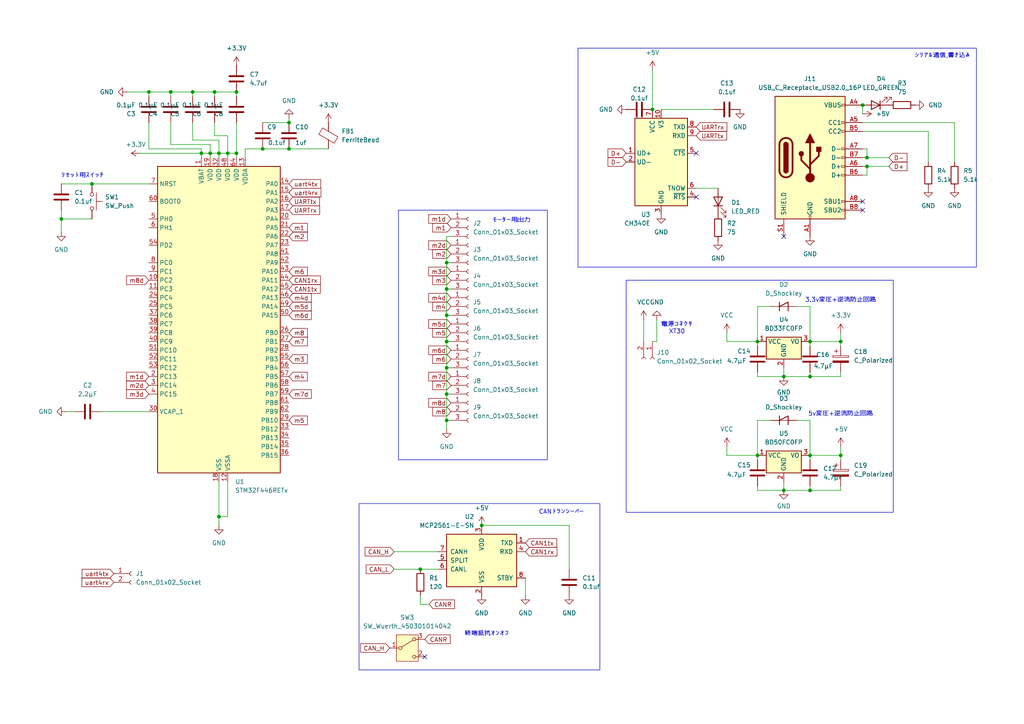
<source format=kicad_sch>
(kicad_sch (version 20250114) (generator "eeschema") (generator_version "9.0")
  (paper "A4")
  (lib_symbols
    (symbol "Connector:Conn_01x02_Socket" (pin_names (offset 1.016) (hide yes))
      (property "Reference" "J" (at 0 2.54 0))
      (property "Value" "Conn_01x02_Socket" (at 0 -5.08 0))
      (symbol "Conn_01x02_Socket_1_1"
        (pin passive line (at -5.08 0 0) (length 3.81) (name "Pin_1") (number "1"))
        (pin passive line (at -5.08 -2.54 0) (length 3.81) (name "Pin_2") (number "2"))
      )
    )
    (symbol "Connector:Conn_01x03_Socket" (pin_names (offset 1.016) (hide yes))
      (property "Reference" "J" (at 0 5.08 0))
      (property "Value" "Conn_01x03_Socket" (at 0 -5.08 0))
      (symbol "Conn_01x03_Socket_1_1"
        (pin passive line (at -5.08 2.54 0) (length 3.81) (name "Pin_1") (number "1"))
        (pin passive line (at -5.08 0 0) (length 3.81) (name "Pin_2") (number "2"))
        (pin passive line (at -5.08 -2.54 0) (length 3.81) (name "Pin_3") (number "3"))
      )
    )
    (symbol "Connector:USB_C_Receptacle_USB2.0_16P" (pin_names (offset 1.016))
      (property "Reference" "J" (at 0 22.225 0))
      (property "Value" "USB_C_Receptacle_USB2.0_16P" (at 0 19.685 0))
      (symbol "USB_C_Receptacle_USB2.0_16P_1_1"
        (pin passive line (at -7.62 -22.86 90) (length 5.08) (name "SHIELD") (number "S1"))
        (pin passive line (at 0 -22.86 90) (length 5.08) (name "GND") (number "A1"))
        (pin passive line (at 0 -22.86 90) (length 5.08) (hide yes) (name "GND") (number "A12"))
        (pin passive line (at 0 -22.86 90) (length 5.08) (hide yes) (name "GND") (number "B1"))
        (pin passive line (at 0 -22.86 90) (length 5.08) (hide yes) (name "GND") (number "B12"))
        (pin passive line (at 15.24 15.24 180) (length 5.08) (name "VBUS") (number "A4"))
        (pin passive line (at 15.24 15.24 180) (length 5.08) (hide yes) (name "VBUS") (number "A9"))
        (pin passive line (at 15.24 15.24 180) (length 5.08) (hide yes) (name "VBUS") (number "B4"))
        (pin passive line (at 15.24 15.24 180) (length 5.08) (hide yes) (name "VBUS") (number "B9"))
        (pin bidirectional line (at 15.24 10.16 180) (length 5.08) (name "CC1") (number "A5"))
        (pin bidirectional line (at 15.24 7.62 180) (length 5.08) (name "CC2") (number "B5"))
        (pin bidirectional line (at 15.24 2.54 180) (length 5.08) (name "D-") (number "A7"))
        (pin bidirectional line (at 15.24 0 180) (length 5.08) (name "D-") (number "B7"))
        (pin bidirectional line (at 15.24 -2.54 180) (length 5.08) (name "D+") (number "A6"))
        (pin bidirectional line (at 15.24 -5.08 180) (length 5.08) (name "D+") (number "B6"))
        (pin bidirectional line (at 15.24 -12.7 180) (length 5.08) (name "SBU1") (number "A8"))
        (pin bidirectional line (at 15.24 -15.24 180) (length 5.08) (name "SBU2") (number "B8"))
      )
    )
    (symbol "Device:C" (pin_numbers (hide yes)) (pin_names (offset 0.254))
      (property "Reference" "C" (at 0.635 2.54 0))
      (property "Value" "C" (at 0.635 -2.54 0))
      (symbol "C_1_1"
        (pin passive line (at 0 3.81 270) (length 2.794) (name "~") (number "1"))
        (pin passive line (at 0 -3.81 90) (length 2.794) (name "~") (number "2"))
      )
    )
    (symbol "Device:C_Polarized" (pin_numbers (hide yes)) (pin_names (offset 0.254))
      (property "Reference" "C" (at 0.635 2.54 0))
      (property "Value" "C_Polarized" (at 0.635 -2.54 0))
      (symbol "C_Polarized_1_1"
        (pin passive line (at 0 3.81 270) (length 2.794) (name "~") (number "1"))
        (pin passive line (at 0 -3.81 90) (length 2.794) (name "~") (number "2"))
      )
    )
    (symbol "Device:D_Shockley" (pin_numbers (hide yes)) (pin_names (offset 1.016) (hide yes))
      (property "Reference" "D" (at 0 2.54 0))
      (property "Value" "D_Shockley" (at 0 -2.54 0))
      (symbol "D_Shockley_1_1"
        (pin passive line (at -3.81 0 0) (length 2.54) (name "K") (number "1"))
        (pin passive line (at 3.81 0 180) (length 2.54) (name "A") (number "2"))
      )
    )
    (symbol "Device:FerriteBead" (pin_numbers (hide yes)) (pin_names (offset 0))
      (property "Reference" "FB" (at -3.81 0.635 90))
      (property "Value" "FerriteBead" (at 3.81 0 90))
      (symbol "FerriteBead_1_1"
        (pin passive line (at 0 3.81 270) (length 2.54) (name "~") (number "1"))
        (pin passive line (at 0 -3.81 90) (length 2.54) (name "~") (number "2"))
      )
    )
    (symbol "Device:LED" (pin_numbers (hide yes)) (pin_names (offset 1.016) (hide yes))
      (property "Reference" "D" (at 0 2.54 0))
      (property "Value" "LED" (at 0 -2.54 0))
      (symbol "LED_1_1"
        (pin passive line (at -3.81 0 0) (length 2.54) (name "K") (number "1"))
        (pin passive line (at 3.81 0 180) (length 2.54) (name "A") (number "2"))
      )
    )
    (symbol "Device:R" (pin_numbers (hide yes)) (pin_names (offset 0))
      (property "Reference" "R" (at 2.032 0 90))
      (property "Value" "R" (at 0 0 90))
      (symbol "R_1_1"
        (pin passive line (at 0 3.81 270) (length 1.27) (name "~") (number "1"))
        (pin passive line (at 0 -3.81 90) (length 1.27) (name "~") (number "2"))
      )
    )
    (symbol "Interface_CAN_LIN:MCP2561-E-SN" (pin_names (offset 1.016))
      (property "Reference" "U" (at -10.16 8.89 0))
      (property "Value" "MCP2561-E-SN" (at 2.54 8.89 0))
      (symbol "MCP2561-E-SN_1_1"
        (pin input line (at -12.7 5.08 0) (length 2.54) (name "TXD") (number "1"))
        (pin output line (at -12.7 2.54 0) (length 2.54) (name "RXD") (number "4"))
        (pin input line (at -12.7 -5.08 0) (length 2.54) (name "STBY") (number "8"))
        (pin power_in line (at 0 10.16 270) (length 2.54) (name "VDD") (number "3"))
        (pin power_in line (at 0 -10.16 90) (length 2.54) (name "VSS") (number "2"))
        (pin bidirectional line (at 12.7 2.54 180) (length 2.54) (name "CANH") (number "7"))
        (pin passive line (at 12.7 0 180) (length 2.54) (name "SPLIT") (number "5"))
        (pin bidirectional line (at 12.7 -2.54 180) (length 2.54) (name "CANL") (number "6"))
      )
    )
    (symbol "Interface_USB:CH340E"
      (property "Reference" "U" (at -5.08 13.97 0))
      (property "Value" "CH340E" (at 1.27 13.97 0))
      (symbol "CH340E_1_1"
        (pin bidirectional line (at -10.16 2.54 0) (length 2.54) (name "UD+") (number "1"))
        (pin bidirectional line (at -10.16 0 0) (length 2.54) (name "UD-") (number "2"))
        (pin power_in line (at -2.54 15.24 270) (length 2.54) (name "VCC") (number "7"))
        (pin power_out line (at 0 15.24 270) (length 2.54) (name "V3") (number "10"))
        (pin power_in line (at 0 -15.24 90) (length 2.54) (name "GND") (number "3"))
        (pin output line (at 10.16 10.16 180) (length 2.54) (name "TXD") (number "8"))
        (pin input line (at 10.16 7.62 180) (length 2.54) (name "RXD") (number "9"))
        (pin input line (at 10.16 2.54 180) (length 2.54) (name "~{CTS}") (number "5"))
        (pin output line (at 10.16 -7.62 180) (length 2.54) (name "TNOW") (number "6"))
        (pin output line (at 10.16 -10.16 180) (length 2.54) (name "~{RTS}") (number "4"))
      )
    )
    (symbol "MCU_ST_STM32F4:STM32F446RETx"
      (property "Reference" "U" (at -17.78 46.99 0))
      (property "Value" "STM32F446RETx" (at 10.16 46.99 0))
      (symbol "STM32F446RETx_1_1"
        (pin input line (at -20.32 40.64 0) (length 2.54) (name "NRST") (number "7"))
        (pin input line (at -20.32 35.56 0) (length 2.54) (name "BOOT0") (number "60"))
        (pin bidirectional line (at -20.32 30.48 0) (length 2.54) (name "PH0") (number "5"))
        (pin bidirectional line (at -20.32 27.94 0) (length 2.54) (name "PH1") (number "6"))
        (pin bidirectional line (at -20.32 22.86 0) (length 2.54) (name "PD2") (number "54"))
        (pin bidirectional line (at -20.32 17.78 0) (length 2.54) (name "PC0") (number "8"))
        (pin bidirectional line (at -20.32 15.24 0) (length 2.54) (name "PC1") (number "9"))
        (pin bidirectional line (at -20.32 12.7 0) (length 2.54) (name "PC2") (number "10"))
        (pin bidirectional line (at -20.32 10.16 0) (length 2.54) (name "PC3") (number "11"))
        (pin bidirectional line (at -20.32 7.62 0) (length 2.54) (name "PC4") (number "24"))
        (pin bidirectional line (at -20.32 5.08 0) (length 2.54) (name "PC5") (number "25"))
        (pin bidirectional line (at -20.32 2.54 0) (length 2.54) (name "PC6") (number "37"))
        (pin bidirectional line (at -20.32 0 0) (length 2.54) (name "PC7") (number "38"))
        (pin bidirectional line (at -20.32 -2.54 0) (length 2.54) (name "PC8") (number "39"))
        (pin bidirectional line (at -20.32 -5.08 0) (length 2.54) (name "PC9") (number "40"))
        (pin bidirectional line (at -20.32 -7.62 0) (length 2.54) (name "PC10") (number "51"))
        (pin bidirectional line (at -20.32 -10.16 0) (length 2.54) (name "PC11") (number "52"))
        (pin bidirectional line (at -20.32 -12.7 0) (length 2.54) (name "PC12") (number "53"))
        (pin bidirectional line (at -20.32 -15.24 0) (length 2.54) (name "PC13") (number "2"))
        (pin bidirectional line (at -20.32 -17.78 0) (length 2.54) (name "PC14") (number "3"))
        (pin bidirectional line (at -20.32 -20.32 0) (length 2.54) (name "PC15") (number "4"))
        (pin power_out line (at -20.32 -25.4 0) (length 2.54) (name "VCAP_1") (number "30"))
        (pin power_in line (at -5.08 48.26 270) (length 2.54) (name "VBAT") (number "1"))
        (pin power_in line (at -2.54 48.26 270) (length 2.54) (name "VDD") (number "19"))
        (pin power_in line (at 0 48.26 270) (length 2.54) (name "VDD") (number "32"))
        (pin power_in line (at 0 -45.72 90) (length 2.54) (name "VSS") (number "18"))
        (pin passive line (at 0 -45.72 90) (length 2.54) (hide yes) (name "VSS") (number "31"))
        (pin passive line (at 0 -45.72 90) (length 2.54) (hide yes) (name "VSS") (number "47"))
        (pin passive line (at 0 -45.72 90) (length 2.54) (hide yes) (name "VSS") (number "63"))
        (pin power_in line (at 2.54 48.26 270) (length 2.54) (name "VDD") (number "48"))
        (pin power_in line (at 2.54 -45.72 90) (length 2.54) (name "VSSA") (number "12"))
        (pin power_in line (at 5.08 48.26 270) (length 2.54) (name "VDD") (number "64"))
        (pin power_in line (at 7.62 48.26 270) (length 2.54) (name "VDDA") (number "13"))
        (pin bidirectional line (at 20.32 40.64 180) (length 2.54) (name "PA0") (number "14"))
        (pin bidirectional line (at 20.32 38.1 180) (length 2.54) (name "PA1") (number "15"))
        (pin bidirectional line (at 20.32 35.56 180) (length 2.54) (name "PA2") (number "16"))
        (pin bidirectional line (at 20.32 33.02 180) (length 2.54) (name "PA3") (number "17"))
        (pin bidirectional line (at 20.32 30.48 180) (length 2.54) (name "PA4") (number "20"))
        (pin bidirectional line (at 20.32 27.94 180) (length 2.54) (name "PA5") (number "21"))
        (pin bidirectional line (at 20.32 25.4 180) (length 2.54) (name "PA6") (number "22"))
        (pin bidirectional line (at 20.32 22.86 180) (length 2.54) (name "PA7") (number "23"))
        (pin bidirectional line (at 20.32 20.32 180) (length 2.54) (name "PA8") (number "41"))
        (pin bidirectional line (at 20.32 17.78 180) (length 2.54) (name "PA9") (number "42"))
        (pin bidirectional line (at 20.32 15.24 180) (length 2.54) (name "PA10") (number "43"))
        (pin bidirectional line (at 20.32 12.7 180) (length 2.54) (name "PA11") (number "44"))
        (pin bidirectional line (at 20.32 10.16 180) (length 2.54) (name "PA12") (number "45"))
        (pin bidirectional line (at 20.32 7.62 180) (length 2.54) (name "PA13") (number "46"))
        (pin bidirectional line (at 20.32 5.08 180) (length 2.54) (name "PA14") (number "49"))
        (pin bidirectional line (at 20.32 2.54 180) (length 2.54) (name "PA15") (number "50"))
        (pin bidirectional line (at 20.32 -2.54 180) (length 2.54) (name "PB0") (number "26"))
        (pin bidirectional line (at 20.32 -5.08 180) (length 2.54) (name "PB1") (number "27"))
        (pin bidirectional line (at 20.32 -7.62 180) (length 2.54) (name "PB2") (number "28"))
        (pin bidirectional line (at 20.32 -10.16 180) (length 2.54) (name "PB3") (number "55"))
        (pin bidirectional line (at 20.32 -12.7 180) (length 2.54) (name "PB4") (number "56"))
        (pin bidirectional line (at 20.32 -15.24 180) (length 2.54) (name "PB5") (number "57"))
        (pin bidirectional line (at 20.32 -17.78 180) (length 2.54) (name "PB6") (number "58"))
        (pin bidirectional line (at 20.32 -20.32 180) (length 2.54) (name "PB7") (number "59"))
        (pin bidirectional line (at 20.32 -22.86 180) (length 2.54) (name "PB8") (number "61"))
        (pin bidirectional line (at 20.32 -25.4 180) (length 2.54) (name "PB9") (number "62"))
        (pin bidirectional line (at 20.32 -27.94 180) (length 2.54) (name "PB10") (number "29"))
        (pin bidirectional line (at 20.32 -30.48 180) (length 2.54) (name "PB12") (number "33"))
        (pin bidirectional line (at 20.32 -33.02 180) (length 2.54) (name "PB13") (number "34"))
        (pin bidirectional line (at 20.32 -35.56 180) (length 2.54) (name "PB14") (number "35"))
        (pin bidirectional line (at 20.32 -38.1 180) (length 2.54) (name "PB15") (number "36"))
      )
    )
    (symbol "Regulator_Linear:BD33FC0FP"
      (property "Reference" "U" (at 0 7.62 0))
      (property "Value" "BD33FC0FP" (at 0 5.08 0))
      (symbol "BD33FC0FP_1_1"
        (pin power_in line (at -7.62 0 0) (length 2.54) (name "VCC") (number "1"))
        (pin power_in line (at 0 -7.62 90) (length 2.54) (name "GND") (number "2"))
        (pin power_out line (at 7.62 0 180) (length 2.54) (name "VO") (number "3"))
      )
    )
    (symbol "Regulator_Linear:BD50FC0FP"
      (property "Reference" "U" (at 0 7.62 0))
      (property "Value" "BD50FC0FP" (at 0 5.08 0))
      (symbol "BD50FC0FP_1_1"
        (pin power_in line (at -7.62 0 0) (length 2.54) (name "VCC") (number "1"))
        (pin power_in line (at 0 -7.62 90) (length 2.54) (name "GND") (number "2"))
        (pin power_out line (at 7.62 0 180) (length 2.54) (name "VO") (number "3"))
      )
    )
    (symbol "Switch:SW_Push" (pin_numbers (hide yes)) (pin_names (offset 1.016) (hide yes))
      (property "Reference" "SW" (at 1.27 2.54 0))
      (property "Value" "SW_Push" (at 0 -1.524 0))
      (symbol "SW_Push_0_1"
        (pin passive line (at -5.08 0 0) (length 2.54) (name "1") (number "1"))
        (pin passive line (at 5.08 0 180) (length 2.54) (name "2") (number "2"))
      )
    )
    (symbol "Switch:SW_Wuerth_450301014042" (pin_names (offset 1) (hide yes))
      (property "Reference" "SW" (at 0 5.08 0))
      (property "Value" "SW_Wuerth_450301014042" (at 0 -5.08 0))
      (symbol "SW_Wuerth_450301014042_1_1"
        (pin passive line (at -5.08 0 0) (length 2.54) (name "B") (number "1"))
        (pin passive line (at 5.08 2.54 180) (length 2.54) (name "A") (number "3"))
        (pin passive line (at 5.08 -2.54 180) (length 2.54) (name "C") (number "2"))
      )
    )
    (symbol "power:+3.3V" (power) (pin_numbers (hide yes)) (pin_names (offset 0) (hide yes))
      (property "Value" "+3.3V" (at 0 3.556 0))
      (symbol "+3.3V_1_1"
        (pin power_in line (at 0 0 90) (length 0) (name "~") (number "1"))
      )
    )
    (symbol "power:+5V" (power) (pin_numbers (hide yes)) (pin_names (offset 0) (hide yes))
      (property "Value" "+5V" (at 0 3.556 0))
      (symbol "+5V_1_1"
        (pin power_in line (at 0 0 90) (length 0) (name "~") (number "1"))
      )
    )
    (symbol "power:GND" (power) (pin_numbers (hide yes)) (pin_names (offset 0) (hide yes))
      (property "Value" "GND" (at 0 -3.81 0))
      (symbol "GND_1_1"
        (pin power_in line (at 0 0 270) (length 0) (name "~") (number "1"))
      )
    )
    (symbol "power:VCC" (power) (pin_numbers (hide yes)) (pin_names (offset 0) (hide yes))
      (property "Value" "VCC" (at 0 3.556 0))
      (symbol "VCC_1_1"
        (pin power_in line (at 0 0 90) (length 0) (name "~") (number "1"))
      )
    )
  )
  (rectangle (start 104.14 146.05) (end 173.99 194.31))
  (rectangle (start 167.64 13.97) (end 283.21 77.47))
  (rectangle (start 115.57 60.96) (end 158.75 133.35))
  (rectangle (start 181.61 81.28) (end 259.08 148.59))
  (text "5v変圧+逆流防止回路" (at 243.84 120.142 0) (effects (font (size 1.27 1.27))))
  (text "終端抵抗オンオフ" (at 141.224 183.896 0) (effects (font (size 1.27 1.27))))
  (text "電源コネクタ\nXT30" (at 196.342 95.25 0) (effects (font (size 1.27 1.27))))
  (text "3.3v変圧+逆流防止回路" (at 243.84 87.122 0) (effects (font (size 1.27 1.27))))
  (text "シリアル通信,書き込み" (at 273.304 16.256 0) (effects (font (size 1.27 1.27))))
  (text "CANトランシーバー" (at 162.814 148.59 0) (effects (font (size 1.27 1.27))))
  (text "モーター用出力" (at 148.336 64.008 0) (effects (font (size 1.27 1.27))))
  (text "リセット用スイッチ" (at 23.876 51.054 0) (effects (font (size 1.27 1.27))))
  (junction (at 60.96 44.45))
  (junction (at 68.58 26.67))
  (junction (at 129.54 99.06))
  (junction (at 219.71 99.06))
  (junction (at 227.33 142.24))
  (junction (at 43.18 26.67))
  (junction (at 219.71 132.08))
  (junction (at 129.54 91.44))
  (junction (at 251.46 45.72))
  (junction (at 62.23 26.67))
  (junction (at 189.23 31.75))
  (junction (at 68.58 44.45))
  (junction (at 234.95 109.22))
  (junction (at 121.92 165.1))
  (junction (at 83.82 43.18))
  (junction (at 129.54 106.68))
  (junction (at 49.53 26.67))
  (junction (at 129.54 114.3))
  (junction (at 251.46 48.26))
  (junction (at 234.95 99.06))
  (junction (at 63.5 44.45))
  (junction (at 83.82 35.56))
  (junction (at 17.78 63.5))
  (junction (at 26.67 53.34))
  (junction (at 234.95 132.08))
  (junction (at 243.84 99.06))
  (junction (at 58.42 44.45))
  (junction (at 234.95 142.24))
  (junction (at 76.2 43.18))
  (junction (at 250.19 30.48))
  (junction (at 55.88 26.67))
  (junction (at 129.54 76.2))
  (junction (at 139.7 152.4))
  (junction (at 129.54 121.92))
  (junction (at 66.04 44.45))
  (junction (at 129.54 83.82))
  (junction (at 243.84 132.08))
  (junction (at 63.5 149.86))
  (junction (at 227.33 109.22))
  (no_connect (at 250.19 60.96))
  (no_connect (at 201.93 44.45))
  (no_connect (at 123.19 190.5))
  (no_connect (at 201.93 57.15))
  (no_connect (at 227.33 68.58))
  (no_connect (at 250.19 58.42))
  (wire (pts (xy 36.83 26.67) (xy 43.18 26.67)))
  (wire (pts (xy 234.95 132.08) (xy 234.95 121.92)))
  (wire (pts (xy 60.96 44.45) (xy 60.96 41.91)))
  (wire (pts (xy 58.42 44.45) (xy 58.42 43.18)))
  (wire (pts (xy 129.54 114.3) (xy 130.81 114.3)))
  (wire (pts (xy 250.19 50.8) (xy 251.46 50.8)))
  (wire (pts (xy 58.42 43.18) (xy 43.18 43.18)))
  (wire (pts (xy 60.96 44.45) (xy 63.5 44.45)))
  (wire (pts (xy 129.54 121.92) (xy 129.54 124.46)))
  (wire (pts (xy 129.54 76.2) (xy 130.81 76.2)))
  (wire (pts (xy 219.71 88.9) (xy 219.71 99.06)))
  (wire (pts (xy 63.5 149.86) (xy 63.5 152.4)))
  (wire (pts (xy 129.54 106.68) (xy 130.81 106.68)))
  (wire (pts (xy 234.95 140.97) (xy 234.95 142.24)))
  (wire (pts (xy 139.7 152.4) (xy 165.1 152.4)))
  (wire (pts (xy 19.05 119.38) (xy 21.59 119.38)))
  (wire (pts (xy 190.5 99.06) (xy 189.23 99.06)))
  (wire (pts (xy 234.95 99.06) (xy 234.95 88.9)))
  (wire (pts (xy 219.71 140.97) (xy 219.71 142.24)))
  (wire (pts (xy 243.84 107.95) (xy 243.84 109.22)))
  (wire (pts (xy 210.82 99.06) (xy 219.71 99.06)))
  (wire (pts (xy 210.82 132.08) (xy 219.71 132.08)))
  (wire (pts (xy 17.78 63.5) (xy 26.67 63.5)))
  (wire (pts (xy 219.71 121.92) (xy 219.71 132.08)))
  (wire (pts (xy 68.58 35.56) (xy 68.58 44.45)))
  (wire (pts (xy 60.96 44.45) (xy 60.96 45.72)))
  (wire (pts (xy 201.93 54.61) (xy 208.28 54.61)))
  (wire (pts (xy 49.53 35.56) (xy 49.53 41.91)))
  (wire (pts (xy 243.84 133.35) (xy 243.84 132.08)))
  (wire (pts (xy 250.19 43.18) (xy 251.46 43.18)))
  (wire (pts (xy 129.54 99.06) (xy 129.54 106.68)))
  (wire (pts (xy 60.96 41.91) (xy 49.53 41.91)))
  (wire (pts (xy 210.82 129.54) (xy 210.82 132.08)))
  (wire (pts (xy 210.82 96.52) (xy 210.82 99.06)))
  (wire (pts (xy 68.58 27.94) (xy 68.58 26.67)))
  (wire (pts (xy 190.5 92.71) (xy 190.5 99.06)))
  (wire (pts (xy 49.53 26.67) (xy 55.88 26.67)))
  (wire (pts (xy 250.19 48.26) (xy 251.46 48.26)))
  (wire (pts (xy 269.24 38.1) (xy 269.24 46.99)))
  (wire (pts (xy 62.23 27.94) (xy 62.23 26.67)))
  (wire (pts (xy 63.5 40.64) (xy 55.88 40.64)))
  (wire (pts (xy 68.58 44.45) (xy 68.58 45.72)))
  (wire (pts (xy 219.71 142.24) (xy 227.33 142.24)))
  (wire (pts (xy 243.84 100.33) (xy 243.84 99.06)))
  (wire (pts (xy 43.18 26.67) (xy 49.53 26.67)))
  (wire (pts (xy 243.84 129.54) (xy 243.84 132.08)))
  (wire (pts (xy 121.92 175.26) (xy 124.46 175.26)))
  (wire (pts (xy 66.04 44.45) (xy 66.04 45.72)))
  (wire (pts (xy 227.33 142.24) (xy 234.95 142.24)))
  (wire (pts (xy 55.88 26.67) (xy 62.23 26.67)))
  (wire (pts (xy 114.3 160.02) (xy 127 160.02)))
  (wire (pts (xy 251.46 45.72) (xy 257.81 45.72)))
  (wire (pts (xy 62.23 26.67) (xy 68.58 26.67)))
  (wire (pts (xy 223.52 121.92) (xy 219.71 121.92)))
  (wire (pts (xy 55.88 35.56) (xy 55.88 40.64)))
  (wire (pts (xy 58.42 45.72) (xy 58.42 44.45)))
  (wire (pts (xy 251.46 48.26) (xy 257.81 48.26)))
  (wire (pts (xy 234.95 100.33) (xy 234.95 99.06)))
  (wire (pts (xy 234.95 109.22) (xy 243.84 109.22)))
  (wire (pts (xy 251.46 48.26) (xy 251.46 50.8)))
  (wire (pts (xy 219.71 107.95) (xy 219.71 109.22)))
  (wire (pts (xy 243.84 140.97) (xy 243.84 142.24)))
  (wire (pts (xy 129.54 99.06) (xy 130.81 99.06)))
  (wire (pts (xy 250.19 38.1) (xy 269.24 38.1)))
  (wire (pts (xy 234.95 107.95) (xy 234.95 109.22)))
  (wire (pts (xy 83.82 43.18) (xy 95.25 43.18)))
  (wire (pts (xy 71.12 45.72) (xy 71.12 43.18)))
  (wire (pts (xy 234.95 132.08) (xy 243.84 132.08)))
  (wire (pts (xy 129.54 83.82) (xy 129.54 91.44)))
  (wire (pts (xy 83.82 34.29) (xy 83.82 35.56)))
  (wire (pts (xy 76.2 35.56) (xy 83.82 35.56)))
  (wire (pts (xy 63.5 149.86) (xy 66.04 149.86)))
  (wire (pts (xy 227.33 106.68) (xy 227.33 109.22)))
  (wire (pts (xy 17.78 53.34) (xy 26.67 53.34)))
  (wire (pts (xy 76.2 43.18) (xy 83.82 43.18)))
  (wire (pts (xy 66.04 44.45) (xy 68.58 44.45)))
  (wire (pts (xy 165.1 152.4) (xy 165.1 165.1)))
  (wire (pts (xy 17.78 60.96) (xy 17.78 63.5)))
  (wire (pts (xy 234.95 142.24) (xy 243.84 142.24)))
  (wire (pts (xy 129.54 121.92) (xy 130.81 121.92)))
  (wire (pts (xy 227.33 139.7) (xy 227.33 142.24)))
  (wire (pts (xy 43.18 35.56) (xy 43.18 43.18)))
  (wire (pts (xy 227.33 109.22) (xy 234.95 109.22)))
  (wire (pts (xy 234.95 133.35) (xy 234.95 132.08)))
  (wire (pts (xy 223.52 88.9) (xy 219.71 88.9)))
  (wire (pts (xy 250.19 30.48) (xy 250.19 33.02)))
  (wire (pts (xy 129.54 91.44) (xy 129.54 99.06)))
  (wire (pts (xy 63.5 44.45) (xy 66.04 44.45)))
  (wire (pts (xy 191.77 31.75) (xy 207.01 31.75)))
  (wire (pts (xy 66.04 139.7) (xy 66.04 149.86)))
  (wire (pts (xy 129.54 91.44) (xy 130.81 91.44)))
  (wire (pts (xy 63.5 44.45) (xy 63.5 40.64)))
  (wire (pts (xy 276.86 35.56) (xy 276.86 46.99)))
  (wire (pts (xy 62.23 39.37) (xy 66.04 39.37)))
  (wire (pts (xy 243.84 96.52) (xy 243.84 99.06)))
  (wire (pts (xy 121.92 172.72) (xy 121.92 175.26)))
  (wire (pts (xy 219.71 133.35) (xy 219.71 132.08)))
  (wire (pts (xy 251.46 43.18) (xy 251.46 45.72)))
  (wire (pts (xy 71.12 43.18) (xy 76.2 43.18)))
  (wire (pts (xy 129.54 114.3) (xy 129.54 121.92)))
  (wire (pts (xy 63.5 139.7) (xy 63.5 149.86)))
  (wire (pts (xy 129.54 76.2) (xy 129.54 83.82)))
  (wire (pts (xy 121.92 165.1) (xy 127 165.1)))
  (wire (pts (xy 17.78 63.5) (xy 17.78 67.31)))
  (wire (pts (xy 58.42 44.45) (xy 60.96 44.45)))
  (wire (pts (xy 40.64 44.45) (xy 58.42 44.45)))
  (wire (pts (xy 49.53 27.94) (xy 49.53 26.67)))
  (wire (pts (xy 130.81 68.58) (xy 129.54 68.58)))
  (wire (pts (xy 62.23 39.37) (xy 62.23 35.56)))
  (wire (pts (xy 234.95 88.9) (xy 231.14 88.9)))
  (wire (pts (xy 250.19 45.72) (xy 251.46 45.72)))
  (wire (pts (xy 129.54 106.68) (xy 129.54 114.3)))
  (wire (pts (xy 26.67 53.34) (xy 43.18 53.34)))
  (wire (pts (xy 114.3 165.1) (xy 121.92 165.1)))
  (wire (pts (xy 29.21 119.38) (xy 43.18 119.38)))
  (wire (pts (xy 189.23 20.32) (xy 189.23 31.75)))
  (wire (pts (xy 234.95 121.92) (xy 231.14 121.92)))
  (wire (pts (xy 43.18 26.67) (xy 43.18 27.94)))
  (wire (pts (xy 219.71 109.22) (xy 227.33 109.22)))
  (wire (pts (xy 219.71 100.33) (xy 219.71 99.06)))
  (wire (pts (xy 55.88 27.94) (xy 55.88 26.67)))
  (wire (pts (xy 129.54 68.58) (xy 129.54 76.2)))
  (wire (pts (xy 186.69 92.71) (xy 186.69 99.06)))
  (wire (pts (xy 152.4 167.64) (xy 152.4 172.72)))
  (wire (pts (xy 250.19 35.56) (xy 276.86 35.56)))
  (wire (pts (xy 234.95 99.06) (xy 243.84 99.06)))
  (wire (pts (xy 129.54 83.82) (xy 130.81 83.82)))
  (wire (pts (xy 66.04 39.37) (xy 66.04 44.45)))
  (wire (pts (xy 63.5 45.72) (xy 63.5 44.45)))
  (global_label "m2d" (shape input) (at 43.18 111.76 180) (property "Intersheetrefs" "${INTERSHEET_REFS}" (effects (hide yes))))
  (global_label "m6" (shape input) (at 83.82 78.74 0) (property "Intersheetrefs" "${INTERSHEET_REFS}" (effects (hide yes))))
  (global_label "m5" (shape input) (at 130.81 96.52 180) (property "Intersheetrefs" "${INTERSHEET_REFS}" (effects (hide yes))))
  (global_label "m7" (shape input) (at 130.81 111.76 180) (property "Intersheetrefs" "${INTERSHEET_REFS}" (effects (hide yes))))
  (global_label "m5d" (shape input) (at 130.81 93.98 180) (property "Intersheetrefs" "${INTERSHEET_REFS}" (effects (hide yes))))
  (global_label "CAN1rx" (shape input) (at 83.82 81.28 0) (property "Intersheetrefs" "${INTERSHEET_REFS}" (effects (hide yes))))
  (global_label "D+" (shape input) (at 181.61 44.45 180) (property "Intersheetrefs" "${INTERSHEET_REFS}" (effects (hide yes))))
  (global_label "m8d" (shape input) (at 43.18 81.28 180) (property "Intersheetrefs" "${INTERSHEET_REFS}" (effects (hide yes))))
  (global_label "m1" (shape input) (at 83.82 66.04 0) (property "Intersheetrefs" "${INTERSHEET_REFS}" (effects (hide yes))))
  (global_label "CAN1rx" (shape input) (at 152.4 160.02 0) (property "Intersheetrefs" "${INTERSHEET_REFS}" (effects (hide yes))))
  (global_label "m3d" (shape input) (at 43.18 114.3 180) (property "Intersheetrefs" "${INTERSHEET_REFS}" (effects (hide yes))))
  (global_label "m5d" (shape input) (at 83.82 88.9 0) (property "Intersheetrefs" "${INTERSHEET_REFS}" (effects (hide yes))))
  (global_label "m2d" (shape input) (at 130.81 71.12 180) (property "Intersheetrefs" "${INTERSHEET_REFS}" (effects (hide yes))))
  (global_label "m1d" (shape input) (at 130.81 63.5 180) (property "Intersheetrefs" "${INTERSHEET_REFS}" (effects (hide yes))))
  (global_label "m1" (shape input) (at 130.81 66.04 180) (property "Intersheetrefs" "${INTERSHEET_REFS}" (effects (hide yes))))
  (global_label "UARTrx" (shape input) (at 83.82 60.96 0) (property "Intersheetrefs" "${INTERSHEET_REFS}" (effects (hide yes))))
  (global_label "m8d" (shape input) (at 130.81 116.84 180) (property "Intersheetrefs" "${INTERSHEET_REFS}" (effects (hide yes))))
  (global_label "m7d" (shape input) (at 83.82 114.3 0) (property "Intersheetrefs" "${INTERSHEET_REFS}" (effects (hide yes))))
  (global_label "m3d" (shape input) (at 130.81 78.74 180) (property "Intersheetrefs" "${INTERSHEET_REFS}" (effects (hide yes))))
  (global_label "m4" (shape input) (at 83.82 109.22 0) (property "Intersheetrefs" "${INTERSHEET_REFS}" (effects (hide yes))))
  (global_label "CAN_L" (shape input) (at 114.3 165.1 180) (property "Intersheetrefs" "${INTERSHEET_REFS}" (effects (hide yes))))
  (global_label "m6d" (shape input) (at 130.81 101.6 180) (property "Intersheetrefs" "${INTERSHEET_REFS}" (effects (hide yes))))
  (global_label "uart4tx" (shape input) (at 33.02 166.37 180) (property "Intersheetrefs" "${INTERSHEET_REFS}" (effects (hide yes))))
  (global_label "CAN1tx" (shape input) (at 152.4 157.48 0) (property "Intersheetrefs" "${INTERSHEET_REFS}" (effects (hide yes))))
  (global_label "m3" (shape input) (at 130.81 81.28 180) (property "Intersheetrefs" "${INTERSHEET_REFS}" (effects (hide yes))))
  (global_label "D-" (shape input) (at 257.81 45.72 0) (property "Intersheetrefs" "${INTERSHEET_REFS}" (effects (hide yes))))
  (global_label "m2" (shape input) (at 130.81 73.66 180) (property "Intersheetrefs" "${INTERSHEET_REFS}" (effects (hide yes))))
  (global_label "m4d" (shape input) (at 83.82 86.36 0) (property "Intersheetrefs" "${INTERSHEET_REFS}" (effects (hide yes))))
  (global_label "CAN_H" (shape input) (at 114.3 160.02 180) (property "Intersheetrefs" "${INTERSHEET_REFS}" (effects (hide yes))))
  (global_label "m8" (shape input) (at 83.82 96.52 0) (property "Intersheetrefs" "${INTERSHEET_REFS}" (effects (hide yes))))
  (global_label "D-" (shape input) (at 181.61 46.99 180) (property "Intersheetrefs" "${INTERSHEET_REFS}" (effects (hide yes))))
  (global_label "m3" (shape input) (at 83.82 104.14 0) (property "Intersheetrefs" "${INTERSHEET_REFS}" (effects (hide yes))))
  (global_label "m8" (shape input) (at 130.81 119.38 180) (property "Intersheetrefs" "${INTERSHEET_REFS}" (effects (hide yes))))
  (global_label "m6d" (shape input) (at 83.82 91.44 0) (property "Intersheetrefs" "${INTERSHEET_REFS}" (effects (hide yes))))
  (global_label "m1d" (shape input) (at 43.18 109.22 180) (property "Intersheetrefs" "${INTERSHEET_REFS}" (effects (hide yes))))
  (global_label "m7" (shape input) (at 83.82 99.06 0) (property "Intersheetrefs" "${INTERSHEET_REFS}" (effects (hide yes))))
  (global_label "UARTtx" (shape input) (at 201.93 39.37 0) (property "Intersheetrefs" "${INTERSHEET_REFS}" (effects (hide yes))))
  (global_label "m6" (shape input) (at 130.81 104.14 180) (property "Intersheetrefs" "${INTERSHEET_REFS}" (effects (hide yes))))
  (global_label "m2" (shape input) (at 83.82 68.58 0) (property "Intersheetrefs" "${INTERSHEET_REFS}" (effects (hide yes))))
  (global_label "CANR" (shape input) (at 124.46 175.26 0) (property "Intersheetrefs" "${INTERSHEET_REFS}" (effects (hide yes))))
  (global_label "m5" (shape input) (at 83.82 121.92 0) (property "Intersheetrefs" "${INTERSHEET_REFS}" (effects (hide yes))))
  (global_label "uart4rx" (shape input) (at 33.02 168.91 180) (property "Intersheetrefs" "${INTERSHEET_REFS}" (effects (hide yes))))
  (global_label "m4d" (shape input) (at 130.81 86.36 180) (property "Intersheetrefs" "${INTERSHEET_REFS}" (effects (hide yes))))
  (global_label "m4" (shape input) (at 130.81 88.9 180) (property "Intersheetrefs" "${INTERSHEET_REFS}" (effects (hide yes))))
  (global_label "D+" (shape input) (at 257.81 48.26 0) (property "Intersheetrefs" "${INTERSHEET_REFS}" (effects (hide yes))))
  (global_label "CAN_H" (shape input) (at 113.03 187.96 180) (property "Intersheetrefs" "${INTERSHEET_REFS}" (effects (hide yes))))
  (global_label "uart4tx" (shape input) (at 83.82 53.34 0) (property "Intersheetrefs" "${INTERSHEET_REFS}" (effects (hide yes))))
  (global_label "UARTtx" (shape input) (at 83.82 58.42 0) (property "Intersheetrefs" "${INTERSHEET_REFS}" (effects (hide yes))))
  (global_label "CAN1tx" (shape input) (at 83.82 83.82 0) (property "Intersheetrefs" "${INTERSHEET_REFS}" (effects (hide yes))))
  (global_label "UARTrx" (shape input) (at 201.93 36.83 0) (property "Intersheetrefs" "${INTERSHEET_REFS}" (effects (hide yes))))
  (global_label "CANR" (shape input) (at 123.19 185.42 0) (property "Intersheetrefs" "${INTERSHEET_REFS}" (effects (hide yes))))
  (global_label "m7d" (shape input) (at 130.81 109.22 180) (property "Intersheetrefs" "${INTERSHEET_REFS}" (effects (hide yes))))
  (global_label "uart4rx" (shape input) (at 83.82 55.88 0) (property "Intersheetrefs" "${INTERSHEET_REFS}" (effects (hide yes))))
  (symbol (lib_id "Device:FerriteBead") (at 95.25 39.37 0) (unit 1)
    (property "Reference" "FB1" (at 99.06 38.0491 0) (effects (justify left)))
    (property "Value" "FerriteBead" (at 99.06 40.5891 0) (effects (justify left)))
    (property "Footprint" "Inductor_SMD:L_0603_1608Metric_Pad1.05x0.95mm_HandSolder" (effects (hide yes)))
    (property "Description" "Ferrite bead" (effects (hide yes)))
  )
  (symbol (lib_id "Device:C") (at 76.2 39.37 0) (unit 1)
    (property "Reference" "C9" (at 77.47 36.83 0) (effects (justify left)))
    (property "Value" "0.1uf" (at 77.724 41.402 0) (effects (justify left)))
    (property "Footprint" "Capacitor_SMD:C_0603_1608Metric_Pad1.08x0.95mm_HandSolder" (effects (hide yes)))
    (property "Description" "Unpolarized capacitor" (effects (hide yes)))
  )
  (symbol (lib_id "Interface_USB:CH340E") (at 191.77 46.99 0) (unit 1)
    (property "Reference" "U3" (at 188.6519 62.23 0) (effects (justify right)))
    (property "Value" "CH340E" (at 188.6519 64.77 0) (effects (justify right)))
    (property "Footprint" "Package_SO:MSOP-10_3x3mm_P0.5mm" (effects (hide yes)))
    (property "Datasheet" "https://www.mpja.com/download/35227cpdata.pdf" (effects (hide yes)))
    (property "Description" "USB serial converter, UART, MSOP-10" (effects (hide yes)))
  )
  (symbol (lib_id "power:GND") (at 214.63 31.75 0) (mirror y) (unit 1)
    (property "Reference" "#PWR022" (effects (hide yes)))
    (property "Value" "GND" (at 214.63 36.83 0))
    (property "Description" "Power symbol creates a global label with name \"GND\" , ground" (effects (hide yes)))
  )
  (symbol (lib_id "Device:C") (at 234.95 137.16 0) (unit 1)
    (property "Reference" "C17" (at 238.76 135.8899 0) (effects (justify left)))
    (property "Value" "4.7μF" (at 238.76 138.4299 0) (effects (justify left)))
    (property "Footprint" "Capacitor_SMD:C_0805_2012Metric_Pad1.18x1.45mm_HandSolder" (effects (hide yes)))
    (property "Description" "Unpolarized capacitor" (effects (hide yes)))
  )
  (symbol (lib_id "Device:C") (at 68.58 31.75 180) (unit 1)
    (property "Reference" "C8" (at 64.77 33.0201 0) (effects (justify left)))
    (property "Value" "0.1μF" (at 64.77 30.4801 0) (effects (justify left)))
    (property "Footprint" "Capacitor_SMD:C_0603_1608Metric_Pad1.08x0.95mm_HandSolder" (effects (hide yes)))
    (property "Description" "Unpolarized capacitor" (effects (hide yes)))
  )
  (symbol (lib_id "power:GND") (at 165.1 172.72 0) (unit 1)
    (property "Reference" "#PWR013" (effects (hide yes)))
    (property "Value" "GND" (at 165.1 177.8 0))
    (property "Description" "Power symbol creates a global label with name \"GND\" , ground" (effects (hide yes)))
  )
  (symbol (lib_id "power:GND") (at 190.5 92.71 180) (unit 1)
    (property "Reference" "#PWR017" (effects (hide yes)))
    (property "Value" "GND" (at 190.5 87.63 0))
    (property "Description" "Power symbol creates a global label with name \"GND\" , ground" (effects (hide yes)))
  )
  (symbol (lib_id "power:+3.3V") (at 243.84 96.52 0) (unit 1)
    (property "Reference" "#PWR026" (effects (hide yes)))
    (property "Value" "+3.3V" (at 243.84 91.44 0))
    (property "Description" "Power symbol creates a global label with name \"+3.3V\"" (effects (hide yes)))
  )
  (symbol (lib_id "power:VCC") (at 186.69 92.71 0) (unit 1)
    (property "Reference" "#PWR015" (effects (hide yes)))
    (property "Value" "VCC" (at 186.69 87.63 0))
    (property "Description" "Power symbol creates a global label with name \"VCC\"" (effects (hide yes)))
  )
  (symbol (lib_id "power:GND") (at 276.86 54.61 0) (unit 1)
    (property "Reference" "#PWR031" (effects (hide yes)))
    (property "Value" "GND" (at 276.86 59.69 0))
    (property "Description" "Power symbol creates a global label with name \"GND\" , ground" (effects (hide yes)))
  )
  (symbol (lib_id "MCU_ST_STM32F4:STM32F446RETx") (at 63.5 93.98 0) (unit 1)
    (property "Reference" "U1" (at 68.1833 139.7 0) (effects (justify left)))
    (property "Value" "STM32F446RETx" (at 68.1833 142.24 0) (effects (justify left)))
    (property "Footprint" "Package_QFP:LQFP-64_10x10mm_P0.5mm" (effects (hide yes)))
    (property "Datasheet" "https://www.st.com/resource/en/datasheet/stm32f446re.pdf" (effects (hide yes)))
    (property "Description" "STMicroelectronics Arm Cortex-M4 MCU, 512KB flash, 128KB RAM, 180 MHz, 1.8-3.6V, 50 GPIO, LQFP64" (effects (hide yes)))
  )
  (symbol (lib_id "Device:C") (at 219.71 137.16 0) (unit 1)
    (property "Reference" "C15" (at 213.868 134.874 0) (effects (justify left)))
    (property "Value" "4.7μF" (at 210.82 137.668 0) (effects (justify left)))
    (property "Footprint" "Capacitor_SMD:C_0805_2012Metric_Pad1.18x1.45mm_HandSolder" (effects (hide yes)))
    (property "Description" "Unpolarized capacitor" (effects (hide yes)))
  )
  (symbol (lib_id "Device:C") (at 55.88 31.75 180) (unit 1)
    (property "Reference" "C5" (at 52.07 33.0201 0) (effects (justify left)))
    (property "Value" "0.1μF" (at 52.07 30.4801 0) (effects (justify left)))
    (property "Footprint" "Capacitor_SMD:C_0603_1608Metric_Pad1.08x0.95mm_HandSolder" (effects (hide yes)))
    (property "Description" "Unpolarized capacitor" (effects (hide yes)))
  )
  (symbol (lib_id "Device:C") (at 83.82 39.37 0) (unit 1)
    (property "Reference" "C10" (at 85.598 36.83 0) (effects (justify left)))
    (property "Value" "1uf" (at 85.598 41.402 0) (effects (justify left)))
    (property "Footprint" "Capacitor_SMD:C_0603_1608Metric_Pad1.08x0.95mm_HandSolder" (effects (hide yes)))
    (property "Description" "Unpolarized capacitor" (effects (hide yes)))
  )
  (symbol (lib_id "power:GND") (at 234.95 68.58 0) (unit 1)
    (property "Reference" "#PWR025" (effects (hide yes)))
    (property "Value" "GND" (at 234.95 73.66 0))
    (property "Description" "Power symbol creates a global label with name \"GND\" , ground" (effects (hide yes)))
  )
  (symbol (lib_id "Connector:Conn_01x03_Socket") (at 135.89 96.52 0) (unit 1)
    (property "Reference" "J6" (at 137.16 95.2499 0) (effects (justify left)))
    (property "Value" "Conn_01x03_Socket" (at 137.16 97.7899 0) (effects (justify left)))
    (property "Footprint" "Connector_JST:JST_XH_S3B-XH-A-1_1x03_P2.50mm_Horizontal" (effects (hide yes)))
    (property "Description" "Generic connector, single row, 01x03, script generated" (effects (hide yes)))
  )
  (symbol (lib_id "Device:R") (at 208.28 66.04 0) (unit 1)
    (property "Reference" "R2" (at 210.82 64.7699 0) (effects (justify left)))
    (property "Value" "75" (at 210.82 67.3099 0) (effects (justify left)))
    (property "Footprint" "Resistor_SMD:R_0603_1608Metric_Pad0.98x0.95mm_HandSolder" (effects (hide yes)))
    (property "Description" "Resistor" (effects (hide yes)))
  )
  (symbol (lib_id "power:GND") (at 63.5 152.4 0) (unit 1)
    (property "Reference" "#PWR05" (effects (hide yes)))
    (property "Value" "GND" (at 63.5 157.48 0))
    (property "Description" "Power symbol creates a global label with name \"GND\" , ground" (effects (hide yes)))
  )
  (symbol (lib_id "power:VCC") (at 210.82 96.52 0) (unit 1)
    (property "Reference" "#PWR020" (effects (hide yes)))
    (property "Value" "VCC" (at 210.82 91.44 0))
    (property "Description" "Power symbol creates a global label with name \"VCC\"" (effects (hide yes)))
  )
  (symbol (lib_id "power:GND") (at 17.78 67.31 0) (unit 1)
    (property "Reference" "#PWR01" (effects (hide yes)))
    (property "Value" "GND" (at 17.78 72.39 0))
    (property "Description" "Power symbol creates a global label with name \"GND\" , ground" (effects (hide yes)))
  )
  (symbol (lib_id "power:+3.3V") (at 40.64 44.45 90) (unit 1)
    (property "Reference" "#PWR04" (effects (hide yes)))
    (property "Value" "+3.3V" (at 39.37 41.91 90))
    (property "Description" "Power symbol creates a global label with name \"+3.3V\"" (effects (hide yes)))
  )
  (symbol (lib_id "Device:C") (at 49.53 31.75 180) (unit 1)
    (property "Reference" "C4" (at 45.72 33.0201 0) (effects (justify left)))
    (property "Value" "0.1μF" (at 45.72 30.4801 0) (effects (justify left)))
    (property "Footprint" "Capacitor_SMD:C_0603_1608Metric_Pad1.08x0.95mm_HandSolder" (effects (hide yes)))
    (property "Description" "Unpolarized capacitor" (effects (hide yes)))
  )
  (symbol (lib_id "Device:C_Polarized") (at 243.84 104.14 0) (unit 1)
    (property "Reference" "C18" (at 247.65 101.9809 0) (effects (justify left)))
    (property "Value" "C_Polarized" (at 247.65 104.5209 0) (effects (justify left)))
    (property "Footprint" "Capacitor_SMD:C_Elec_6.3x7.7" (effects (hide yes)))
    (property "Description" "Polarized capacitor" (effects (hide yes)))
  )
  (symbol (lib_id "Device:C") (at 210.82 31.75 90) (mirror x) (unit 1)
    (property "Reference" "C13" (at 210.82 24.13 90))
    (property "Value" "0.1uf" (at 210.82 26.67 90))
    (property "Footprint" "Capacitor_SMD:C_0603_1608Metric_Pad1.08x0.95mm_HandSolder" (effects (hide yes)))
    (property "Description" "Unpolarized capacitor" (effects (hide yes)))
  )
  (symbol (lib_id "power:+5V") (at 250.19 33.02 270) (unit 1)
    (property "Reference" "#PWR028" (effects (hide yes)))
    (property "Value" "+5V" (at 254 33.0199 90) (effects (justify left)))
    (property "Description" "Power symbol creates a global label with name \"+5V\"" (effects (hide yes)))
  )
  (symbol (lib_id "power:GND") (at 227.33 109.22 0) (unit 1)
    (property "Reference" "#PWR023" (effects (hide yes)))
    (property "Value" "GND" (at 227.33 113.792 0))
    (property "Description" "Power symbol creates a global label with name \"GND\" , ground" (effects (hide yes)))
  )
  (symbol (lib_id "power:VCC") (at 210.82 129.54 0) (unit 1)
    (property "Reference" "#PWR021" (effects (hide yes)))
    (property "Value" "VCC" (at 210.82 124.46 0))
    (property "Description" "Power symbol creates a global label with name \"VCC\"" (effects (hide yes)))
  )
  (symbol (lib_id "power:GND") (at 227.33 142.24 0) (unit 1)
    (property "Reference" "#PWR024" (effects (hide yes)))
    (property "Value" "GND" (at 227.33 146.812 0))
    (property "Description" "Power symbol creates a global label with name \"GND\" , ground" (effects (hide yes)))
  )
  (symbol (lib_id "Interface_CAN_LIN:MCP2561-E-SN") (at 139.7 162.56 0) (mirror y) (unit 1)
    (property "Reference" "U2" (at 137.5567 149.86 0) (effects (justify left)))
    (property "Value" "MCP2561-E-SN" (at 137.5567 152.4 0) (effects (justify left)))
    (property "Footprint" "Package_SO:SOIC-8_3.9x4.9mm_P1.27mm" (effects (hide yes)))
    (property "Datasheet" "http://ww1.microchip.com/downloads/en/DeviceDoc/25167A.pdf" (effects (hide yes)))
    (property "Description" "High-Speed CAN Transceiver, 1Mbps, 5V supply, SPLIT pin, -40C to +125C, SOIC-8" (effects (hide yes)))
  )
  (symbol (lib_id "Device:R") (at 121.92 168.91 0) (unit 1)
    (property "Reference" "R1" (at 124.46 167.6399 0) (effects (justify left)))
    (property "Value" "120" (at 124.46 170.1799 0) (effects (justify left)))
    (property "Footprint" "Resistor_SMD:R_0805_2012Metric_Pad1.20x1.40mm_HandSolder" (effects (hide yes)))
    (property "Description" "Resistor" (effects (hide yes)))
  )
  (symbol (lib_id "Connector:Conn_01x03_Socket") (at 135.89 81.28 0) (unit 1)
    (property "Reference" "J4" (at 137.16 80.0099 0) (effects (justify left)))
    (property "Value" "Conn_01x03_Socket" (at 137.16 82.5499 0) (effects (justify left)))
    (property "Footprint" "Connector_JST:JST_XH_S3B-XH-A-1_1x03_P2.50mm_Horizontal" (effects (hide yes)))
    (property "Description" "Generic connector, single row, 01x03, script generated" (effects (hide yes)))
  )
  (symbol (lib_id "Connector:Conn_01x03_Socket") (at 135.89 104.14 0) (unit 1)
    (property "Reference" "J7" (at 137.16 102.8699 0) (effects (justify left)))
    (property "Value" "Conn_01x03_Socket" (at 137.16 105.4099 0) (effects (justify left)))
    (property "Footprint" "Connector_JST:JST_XH_S3B-XH-A-1_1x03_P2.50mm_Horizontal" (effects (hide yes)))
    (property "Description" "Generic connector, single row, 01x03, script generated" (effects (hide yes)))
  )
  (symbol (lib_id "power:GND") (at 129.54 124.46 0) (unit 1)
    (property "Reference" "#PWR09" (effects (hide yes)))
    (property "Value" "GND" (at 129.54 129.54 0))
    (property "Description" "Power symbol creates a global label with name \"GND\" , ground" (effects (hide yes)))
  )
  (symbol (lib_id "Connector:Conn_01x03_Socket") (at 135.89 111.76 0) (unit 1)
    (property "Reference" "J8" (at 137.16 110.4899 0) (effects (justify left)))
    (property "Value" "Conn_01x03_Socket" (at 137.16 113.0299 0) (effects (justify left)))
    (property "Footprint" "Connector_JST:JST_XH_S3B-XH-A-1_1x03_P2.50mm_Horizontal" (effects (hide yes)))
    (property "Description" "Generic connector, single row, 01x03, script generated" (effects (hide yes)))
  )
  (symbol (lib_id "power:GND") (at 19.05 119.38 270) (unit 1)
    (property "Reference" "#PWR02" (effects (hide yes)))
    (property "Value" "GND" (at 15.24 119.3799 90) (effects (justify right)))
    (property "Description" "Power symbol creates a global label with name \"GND\" , ground" (effects (hide yes)))
  )
  (symbol (lib_id "Switch:SW_Wuerth_450301014042") (at 118.11 187.96 0) (unit 1)
    (property "Reference" "SW3" (at 118.11 179.07 0))
    (property "Value" "SW_Wuerth_450301014042" (at 118.11 181.61 0))
    (property "Footprint" "Button_Switch_THT:SW_Slide-03_Wuerth-WS-SLTV_10x2.5x6.4_P2.54mm" (effects (hide yes)))
    (property "Datasheet" "https://www.we-online.com/components/products/datasheet/450301014042.pdf" (effects (hide yes)))
    (property "Description" "Switch slide, single pole double throw" (effects (hide yes)))
  )
  (symbol (lib_id "power:GND") (at 181.61 31.75 270) (unit 1)
    (property "Reference" "#PWR014" (effects (hide yes)))
    (property "Value" "GND" (at 177.8 31.7499 90) (effects (justify right)))
    (property "Description" "Power symbol creates a global label with name \"GND\" , ground" (effects (hide yes)))
  )
  (symbol (lib_id "power:GND") (at 269.24 54.61 0) (unit 1)
    (property "Reference" "#PWR030" (effects (hide yes)))
    (property "Value" "GND" (at 269.24 59.69 0))
    (property "Description" "Power symbol creates a global label with name \"GND\" , ground" (effects (hide yes)))
  )
  (symbol (lib_id "Regulator_Linear:BD50FC0FP") (at 227.33 132.08 0) (unit 1)
    (property "Reference" "U5" (at 227.33 125.73 0))
    (property "Value" "BD50FC0FP" (at 227.33 128.27 0))
    (property "Footprint" "Package_TO_SOT_SMD:TO-252-2" (effects (hide yes)))
    (property "Datasheet" "https://fscdn.rohm.com/en/products/databook/datasheet/ic/power/linear_regulator/bdxxfc0wefj-e.pdf" (effects (hide yes)))
    (property "Description" "1A, 5.0V LDO regulator with OVP & TSP, without enable, TO-252" (effects (hide yes)))
  )
  (symbol (lib_id "power:GND") (at 36.83 26.67 270) (unit 1)
    (property "Reference" "#PWR03" (effects (hide yes)))
    (property "Value" "GND" (at 33.02 26.6699 90) (effects (justify right)))
    (property "Description" "Power symbol creates a global label with name \"GND\" , ground" (effects (hide yes)))
  )
  (symbol (lib_id "power:GND") (at 265.43 30.48 90) (unit 1)
    (property "Reference" "#PWR029" (effects (hide yes)))
    (property "Value" "GND" (at 269.24 30.4799 90) (effects (justify right)))
    (property "Description" "Power symbol creates a global label with name \"GND\" , ground" (effects (hide yes)))
  )
  (symbol (lib_id "power:+3.3V") (at 95.25 35.56 0) (unit 1)
    (property "Reference" "#PWR08" (effects (hide yes)))
    (property "Value" "+3.3V" (at 95.25 30.48 0))
    (property "Description" "Power symbol creates a global label with name \"+3.3V\"" (effects (hide yes)))
  )
  (symbol (lib_id "Device:R") (at 276.86 50.8 0) (unit 1)
    (property "Reference" "R5" (at 279.4 49.5299 0) (effects (justify left)))
    (property "Value" "5.1k" (at 279.4 52.0699 0) (effects (justify left)))
    (property "Footprint" "Resistor_SMD:R_1206_3216Metric_Pad1.30x1.75mm_HandSolder" (effects (hide yes)))
    (property "Description" "Resistor" (effects (hide yes)))
  )
  (symbol (lib_id "power:GND") (at 83.82 34.29 180) (unit 1)
    (property "Reference" "#PWR07" (effects (hide yes)))
    (property "Value" "GND" (at 83.82 29.21 0))
    (property "Description" "Power symbol creates a global label with name \"GND\" , ground" (effects (hide yes)))
  )
  (symbol (lib_id "Connector:Conn_01x03_Socket") (at 135.89 88.9 0) (unit 1)
    (property "Reference" "J5" (at 137.16 87.6299 0) (effects (justify left)))
    (property "Value" "Conn_01x03_Socket" (at 137.16 90.1699 0) (effects (justify left)))
    (property "Footprint" "Connector_JST:JST_XH_S3B-XH-A-1_1x03_P2.50mm_Horizontal" (effects (hide yes)))
    (property "Description" "Generic connector, single row, 01x03, script generated" (effects (hide yes)))
  )
  (symbol (lib_id "Switch:SW_Push") (at 26.67 58.42 270) (unit 1)
    (property "Reference" "SW1" (at 30.48 57.1499 90) (effects (justify left)))
    (property "Value" "SW_Push" (at 30.48 59.6899 90) (effects (justify left)))
    (property "Footprint" "Button_Switch_THT:SW_PUSH_6mm" (effects (hide yes)))
    (property "Description" "Push button switch, generic, two pins" (effects (hide yes)))
  )
  (symbol (lib_id "Device:LED") (at 254 30.48 180) (unit 1)
    (property "Reference" "D4" (at 255.5875 22.86 0))
    (property "Value" "LED_GREEN" (at 255.5875 25.4 0))
    (property "Footprint" "Diode_SMD:D_0603_1608Metric_Pad1.05x0.95mm_HandSolder" (effects (hide yes)))
    (property "Description" "Light emitting diode" (effects (hide yes)))
    (property "Sim.Pins" "1=K 2=A" (effects (hide yes)))
  )
  (symbol (lib_id "power:+5V") (at 189.23 20.32 0) (unit 1)
    (property "Reference" "#PWR016" (effects (hide yes)))
    (property "Value" "+5V" (at 189.23 15.24 0))
    (property "Description" "Power symbol creates a global label with name \"+5V\"" (effects (hide yes)))
  )
  (symbol (lib_id "Connector:USB_C_Receptacle_USB2.0_16P") (at 234.95 45.72 0) (unit 1)
    (property "Reference" "J11" (at 234.95 22.86 0))
    (property "Value" "USB_C_Receptacle_USB2.0_16P" (at 234.95 25.4 0))
    (property "Footprint" "Connector_USB:USB_C_Receptacle_GCT_USB4105-xx-A_16P_TopMnt_Horizontal" (effects (hide yes)))
    (property "Datasheet" "https://www.usb.org/sites/default/files/documents/usb_type-c.zip" (effects (hide yes)))
    (property "Description" "USB 2.0-only 16P Type-C Receptacle connector" (effects (hide yes)))
  )
  (symbol (lib_id "Device:D_Shockley") (at 227.33 121.92 0) (unit 1)
    (property "Reference" "D3" (at 227.33 115.57 0))
    (property "Value" "D_Shockley" (at 227.33 118.11 0))
    (property "Footprint" "Diode_SMD:D_SOD-882" (effects (hide yes)))
    (property "Description" "Shockley (PNPN) diode" (effects (hide yes)))
  )
  (symbol (lib_id "power:GND") (at 208.28 69.85 0) (unit 1)
    (property "Reference" "#PWR019" (effects (hide yes)))
    (property "Value" "GND" (at 208.28 74.93 0))
    (property "Description" "Power symbol creates a global label with name \"GND\" , ground" (effects (hide yes)))
  )
  (symbol (lib_id "Regulator_Linear:BD33FC0FP") (at 227.33 99.06 0) (unit 1)
    (property "Reference" "U4" (at 227.33 92.71 0))
    (property "Value" "BD33FC0FP" (at 227.33 95.25 0))
    (property "Footprint" "Package_TO_SOT_SMD:TO-252-2" (effects (hide yes)))
    (property "Datasheet" "https://fscdn.rohm.com/en/products/databook/datasheet/ic/power/linear_regulator/bdxxfc0wefj-e.pdf" (effects (hide yes)))
    (property "Description" "1A, 3.3V LDO regulator with OVP & TSP, without enable, TO-252" (effects (hide yes)))
  )
  (symbol (lib_id "Device:C") (at 185.42 31.75 90) (unit 1)
    (property "Reference" "C12" (at 185.42 25.908 90))
    (property "Value" "0.1uf" (at 185.42 28.448 90))
    (property "Footprint" "Capacitor_SMD:C_0603_1608Metric_Pad1.08x0.95mm_HandSolder" (effects (hide yes)))
    (property "Description" "Unpolarized capacitor" (effects (hide yes)))
  )
  (symbol (lib_id "Device:C") (at 165.1 168.91 0) (unit 1)
    (property "Reference" "C11" (at 168.91 167.6399 0) (effects (justify left)))
    (property "Value" "0.1uf" (at 168.91 170.1799 0) (effects (justify left)))
    (property "Footprint" "Capacitor_SMD:C_0603_1608Metric_Pad1.08x0.95mm_HandSolder" (effects (hide yes)))
    (property "Description" "Unpolarized capacitor" (effects (hide yes)))
  )
  (symbol (lib_id "Device:LED") (at 208.28 58.42 90) (unit 1)
    (property "Reference" "D1" (at 212.09 58.7374 90) (effects (justify right)))
    (property "Value" "LED_RED" (at 212.09 61.2774 90) (effects (justify right)))
    (property "Footprint" "Diode_SMD:D_0603_1608Metric_Pad1.05x0.95mm_HandSolder" (effects (hide yes)))
    (property "Description" "Light emitting diode" (effects (hide yes)))
    (property "Sim.Pins" "1=K 2=A" (effects (hide yes)))
  )
  (symbol (lib_id "power:+5V") (at 139.7 152.4 0) (unit 1)
    (property "Reference" "#PWR010" (effects (hide yes)))
    (property "Value" "+5V" (at 139.7 147.32 0))
    (property "Description" "Power symbol creates a global label with name \"+5V\"" (effects (hide yes)))
  )
  (symbol (lib_id "power:GND") (at 139.7 172.72 0) (unit 1)
    (property "Reference" "#PWR011" (effects (hide yes)))
    (property "Value" "GND" (at 139.7 177.8 0))
    (property "Description" "Power symbol creates a global label with name \"GND\" , ground" (effects (hide yes)))
  )
  (symbol (lib_id "power:+3.3V") (at 68.58 19.05 0) (unit 1)
    (property "Reference" "#PWR06" (effects (hide yes)))
    (property "Value" "+3.3V" (at 68.58 13.97 0))
    (property "Description" "Power symbol creates a global label with name \"+3.3V\"" (effects (hide yes)))
  )
  (symbol (lib_id "Device:C") (at 219.71 104.14 0) (unit 1)
    (property "Reference" "C14" (at 213.868 101.854 0) (effects (justify left)))
    (property "Value" "4.7μF" (at 210.82 104.648 0) (effects (justify left)))
    (property "Footprint" "Capacitor_SMD:C_0805_2012Metric_Pad1.18x1.45mm_HandSolder" (effects (hide yes)))
    (property "Description" "Unpolarized capacitor" (effects (hide yes)))
  )
  (symbol (lib_id "power:+5V") (at 243.84 129.54 0) (unit 1)
    (property "Reference" "#PWR027" (effects (hide yes)))
    (property "Value" "+5V" (at 243.84 124.46 0))
    (property "Description" "Power symbol creates a global label with name \"+5V\"" (effects (hide yes)))
  )
  (symbol (lib_id "Device:C") (at 25.4 119.38 90) (unit 1)
    (property "Reference" "C2" (at 25.4 111.76 90))
    (property "Value" "2.2μF" (at 25.4 114.3 90))
    (property "Footprint" "Capacitor_SMD:C_0603_1608Metric_Pad1.08x0.95mm_HandSolder" (effects (hide yes)))
    (property "Description" "Unpolarized capacitor" (effects (hide yes)))
  )
  (symbol (lib_id "Connector:Conn_01x03_Socket") (at 135.89 66.04 0) (unit 1)
    (property "Reference" "J2" (at 137.16 64.7699 0) (effects (justify left)))
    (property "Value" "Conn_01x03_Socket" (at 137.16 67.3099 0) (effects (justify left)))
    (property "Footprint" "Connector_JST:JST_XH_S3B-XH-A-1_1x03_P2.50mm_Horizontal" (effects (hide yes)))
    (property "Description" "Generic connector, single row, 01x03, script generated" (effects (hide yes)))
  )
  (symbol (lib_id "Device:C") (at 68.58 22.86 0) (unit 1)
    (property "Reference" "C7" (at 72.39 21.5899 0) (effects (justify left)))
    (property "Value" "4.7uf" (at 72.39 24.1299 0) (effects (justify left)))
    (property "Footprint" "Capacitor_SMD:C_0603_1608Metric_Pad1.08x0.95mm_HandSolder" (effects (hide yes)))
    (property "Description" "Unpolarized capacitor" (effects (hide yes)))
  )
  (symbol (lib_id "power:GND") (at 191.77 62.23 0) (mirror y) (unit 1)
    (property "Reference" "#PWR018" (effects (hide yes)))
    (property "Value" "GND" (at 191.77 67.31 0))
    (property "Description" "Power symbol creates a global label with name \"GND\" , ground" (effects (hide yes)))
  )
  (symbol (lib_id "Connector:Conn_01x02_Socket") (at 38.1 166.37 0) (unit 1)
    (property "Reference" "J1" (at 39.37 166.3699 0) (effects (justify left)))
    (property "Value" "Conn_01x02_Socket" (at 39.37 168.9099 0) (effects (justify left)))
    (property "Footprint" "Connector_JST:JST_XH_S2B-XH-A-1_1x02_P2.50mm_Horizontal" (effects (hide yes)))
    (property "Description" "Generic connector, single row, 01x02, script generated" (effects (hide yes)))
  )
  (symbol (lib_id "Device:C") (at 62.23 31.75 180) (unit 1)
    (property "Reference" "C6" (at 58.42 33.0201 0) (effects (justify left)))
    (property "Value" "0.1μF" (at 58.42 30.4801 0) (effects (justify left)))
    (property "Footprint" "Capacitor_SMD:C_0603_1608Metric_Pad1.08x0.95mm_HandSolder" (effects (hide yes)))
    (property "Description" "Unpolarized capacitor" (effects (hide yes)))
  )
  (symbol (lib_id "Connector:Conn_01x03_Socket") (at 135.89 119.38 0) (unit 1)
    (property "Reference" "J9" (at 137.16 118.1099 0) (effects (justify left)))
    (property "Value" "Conn_01x03_Socket" (at 137.16 120.6499 0) (effects (justify left)))
    (property "Footprint" "Connector_JST:JST_XH_S3B-XH-A-1_1x03_P2.50mm_Horizontal" (effects (hide yes)))
    (property "Description" "Generic connector, single row, 01x03, script generated" (effects (hide yes)))
  )
  (symbol (lib_id "Connector:Conn_01x03_Socket") (at 135.89 73.66 0) (unit 1)
    (property "Reference" "J3" (at 137.16 72.3899 0) (effects (justify left)))
    (property "Value" "Conn_01x03_Socket" (at 137.16 74.9299 0) (effects (justify left)))
    (property "Footprint" "Connector_JST:JST_XH_S3B-XH-A-1_1x03_P2.50mm_Horizontal" (effects (hide yes)))
    (property "Description" "Generic connector, single row, 01x03, script generated" (effects (hide yes)))
  )
  (symbol (lib_id "Device:C") (at 43.18 31.75 180) (unit 1)
    (property "Reference" "C3" (at 39.37 33.0201 0) (effects (justify left)))
    (property "Value" "0.1μF" (at 39.37 30.4801 0) (effects (justify left)))
    (property "Footprint" "Capacitor_SMD:C_0603_1608Metric_Pad1.08x0.95mm_HandSolder" (effects (hide yes)))
    (property "Description" "Unpolarized capacitor" (effects (hide yes)))
  )
  (symbol (lib_id "Device:D_Shockley") (at 227.33 88.9 0) (unit 1)
    (property "Reference" "D2" (at 227.33 82.55 0))
    (property "Value" "D_Shockley" (at 227.33 85.09 0))
    (property "Footprint" "Diode_SMD:D_SOD-882" (effects (hide yes)))
    (property "Description" "Shockley (PNPN) diode" (effects (hide yes)))
  )
  (symbol (lib_id "power:GND") (at 152.4 172.72 0) (unit 1)
    (property "Reference" "#PWR012" (effects (hide yes)))
    (property "Value" "GND" (at 152.4 177.8 0))
    (property "Description" "Power symbol creates a global label with name \"GND\" , ground" (effects (hide yes)))
  )
  (symbol (lib_id "Device:C_Polarized") (at 243.84 137.16 0) (unit 1)
    (property "Reference" "C19" (at 247.65 135.0009 0) (effects (justify left)))
    (property "Value" "C_Polarized" (at 247.65 137.5409 0) (effects (justify left)))
    (property "Footprint" "Capacitor_SMD:C_Elec_6.3x7.7" (effects (hide yes)))
    (property "Description" "Polarized capacitor" (effects (hide yes)))
  )
  (symbol (lib_id "Connector:Conn_01x02_Socket") (at 189.23 104.14 270) (unit 1)
    (property "Reference" "J10" (at 190.5 102.2349 90) (effects (justify left)))
    (property "Value" "Conn_01x02_Socket" (at 190.5 104.7749 90) (effects (justify left)))
    (property "Footprint" "Connector_AMASS:AMASS_XT30PW-F_1x02_P2.50mm_Horizontal" (effects (hide yes)))
    (property "Description" "Generic connector, single row, 01x02, script generated" (effects (hide yes)))
  )
  (symbol (lib_id "Device:C") (at 234.95 104.14 0) (unit 1)
    (property "Reference" "C16" (at 236.728 102.87 0) (effects (justify left)))
    (property "Value" "4.7μF" (at 235.966 106.172 0) (effects (justify left)))
    (property "Footprint" "Capacitor_SMD:C_0805_2012Metric_Pad1.18x1.45mm_HandSolder" (effects (hide yes)))
    (property "Description" "Unpolarized capacitor" (effects (hide yes)))
  )
  (symbol (lib_id "Device:R") (at 261.62 30.48 90) (unit 1)
    (property "Reference" "R3" (at 261.62 24.13 90))
    (property "Value" "75" (at 261.62 26.67 90))
    (property "Footprint" "Resistor_SMD:R_0603_1608Metric_Pad0.98x0.95mm_HandSolder" (effects (hide yes)))
    (property "Description" "Resistor" (effects (hide yes)))
  )
  (symbol (lib_id "Device:R") (at 269.24 50.8 0) (unit 1)
    (property "Reference" "R4" (at 271.78 49.5299 0) (effects (justify left)))
    (property "Value" "5.1k" (at 271.78 52.0699 0) (effects (justify left)))
    (property "Footprint" "Resistor_SMD:R_1206_3216Metric_Pad1.30x1.75mm_HandSolder" (effects (hide yes)))
    (property "Description" "Resistor" (effects (hide yes)))
  )
  (symbol (lib_id "Device:C") (at 17.78 57.15 0) (unit 1)
    (property "Reference" "C1" (at 21.59 55.8799 0) (effects (justify left)))
    (property "Value" "0.1uf" (at 21.59 58.4199 0) (effects (justify left)))
    (property "Footprint" "Capacitor_SMD:C_0603_1608Metric_Pad1.08x0.95mm_HandSolder" (effects (hide yes)))
    (property "Description" "Unpolarized capacitor" (effects (hide yes)))
  )
)
</source>
